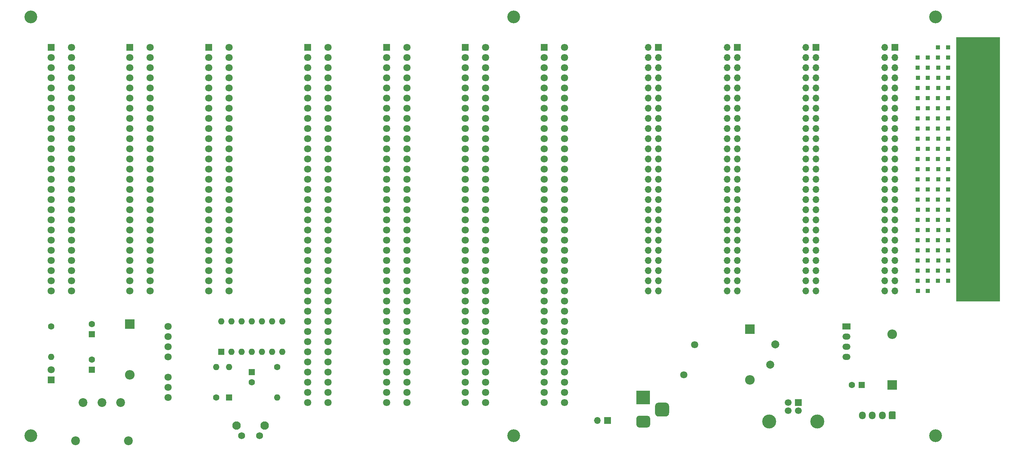
<source format=gts>
G04 #@! TF.GenerationSoftware,KiCad,Pcbnew,(5.1.12)-1*
G04 #@! TF.CreationDate,2024-01-30T16:00:46+00:00*
G04 #@! TF.ProjectId,Backplane,4261636b-706c-4616-9e65-2e6b69636164,rev?*
G04 #@! TF.SameCoordinates,Original*
G04 #@! TF.FileFunction,Soldermask,Top*
G04 #@! TF.FilePolarity,Negative*
%FSLAX46Y46*%
G04 Gerber Fmt 4.6, Leading zero omitted, Abs format (unit mm)*
G04 Created by KiCad (PCBNEW (5.1.12)-1) date 2024-01-30 16:00:46*
%MOMM*%
%LPD*%
G01*
G04 APERTURE LIST*
%ADD10C,0.100000*%
%ADD11R,10.000000X1.600000*%
%ADD12R,2.000000X1.500000*%
%ADD13O,2.000000X1.500000*%
%ADD14O,1.600000X1.600000*%
%ADD15R,1.600000X1.600000*%
%ADD16C,1.600000*%
%ADD17O,1.700000X1.700000*%
%ADD18R,1.700000X1.700000*%
%ADD19R,3.500000X3.500000*%
%ADD20O,1.700000X1.950000*%
%ADD21O,2.400000X2.400000*%
%ADD22R,2.400000X2.400000*%
%ADD23C,3.200000*%
%ADD24C,1.800000*%
%ADD25R,1.800000X1.800000*%
%ADD26R,1.000000X1.000000*%
%ADD27C,2.100000*%
%ADD28C,1.750000*%
%ADD29C,2.200000*%
%ADD30C,3.500000*%
%ADD31C,1.700000*%
%ADD32C,2.010000*%
G04 APERTURE END LIST*
D10*
G04 #@! TO.C,J12*
G36*
X300460000Y-86360000D02*
G01*
X289665000Y-86360000D01*
X289665000Y-20320000D01*
X300460000Y-20320000D01*
X300460000Y-86360000D01*
G37*
X300460000Y-86360000D02*
X289665000Y-86360000D01*
X289665000Y-20320000D01*
X300460000Y-20320000D01*
X300460000Y-86360000D01*
G04 #@! TD*
D11*
G04 #@! TO.C,J12*
X295275000Y-83820000D03*
X295275000Y-81280000D03*
X295275000Y-78740000D03*
X295275000Y-76200000D03*
X295275000Y-73660000D03*
X295275000Y-71120000D03*
X295275000Y-68580000D03*
X295275000Y-66040000D03*
X295275000Y-63500000D03*
X295275000Y-60960000D03*
X295275000Y-58420000D03*
X295275000Y-55880000D03*
X295275000Y-53340000D03*
X295275000Y-50800000D03*
X295275000Y-48260000D03*
X295275000Y-45720000D03*
X295275000Y-43180000D03*
X295275000Y-40640000D03*
X295275000Y-38100000D03*
X295275000Y-35560000D03*
X295275000Y-33020000D03*
X295275000Y-30480000D03*
X295275000Y-27940000D03*
X295275000Y-25400000D03*
X295275000Y-22860000D03*
G04 #@! TD*
D12*
G04 #@! TO.C,U3*
X262255000Y-92710000D03*
D13*
X262255000Y-95250000D03*
X262255000Y-97790000D03*
X262255000Y-100330000D03*
G04 #@! TD*
D14*
G04 #@! TO.C,U2*
X106045000Y-91440000D03*
X121285000Y-99060000D03*
X108585000Y-91440000D03*
X118745000Y-99060000D03*
X111125000Y-91440000D03*
X116205000Y-99060000D03*
X113665000Y-91440000D03*
X113665000Y-99060000D03*
X116205000Y-91440000D03*
X111125000Y-99060000D03*
X118745000Y-91440000D03*
X108585000Y-99060000D03*
X121285000Y-91440000D03*
D15*
X106045000Y-99060000D03*
G04 #@! TD*
D14*
G04 #@! TO.C,R3*
X120015000Y-110490000D03*
D16*
X120015000Y-102870000D03*
G04 #@! TD*
D14*
G04 #@! TO.C,R2*
X104775000Y-102870000D03*
D16*
X104775000Y-110490000D03*
G04 #@! TD*
D17*
G04 #@! TO.C,J17*
X200025000Y-116205000D03*
D18*
X202565000Y-116205000D03*
G04 #@! TD*
G04 #@! TO.C,J16*
G36*
G01*
X217030000Y-115240000D02*
X215280000Y-115240000D01*
G75*
G02*
X214405000Y-114365000I0J875000D01*
G01*
X214405000Y-112615000D01*
G75*
G02*
X215280000Y-111740000I875000J0D01*
G01*
X217030000Y-111740000D01*
G75*
G02*
X217905000Y-112615000I0J-875000D01*
G01*
X217905000Y-114365000D01*
G75*
G02*
X217030000Y-115240000I-875000J0D01*
G01*
G37*
G36*
G01*
X212455000Y-117990000D02*
X210455000Y-117990000D01*
G75*
G02*
X209705000Y-117240000I0J750000D01*
G01*
X209705000Y-115740000D01*
G75*
G02*
X210455000Y-114990000I750000J0D01*
G01*
X212455000Y-114990000D01*
G75*
G02*
X213205000Y-115740000I0J-750000D01*
G01*
X213205000Y-117240000D01*
G75*
G02*
X212455000Y-117990000I-750000J0D01*
G01*
G37*
D19*
X211455000Y-110490000D03*
G04 #@! TD*
D20*
G04 #@! TO.C,J15*
X266185000Y-114935000D03*
X268685000Y-114935000D03*
X271185000Y-114935000D03*
G36*
G01*
X274535000Y-114210000D02*
X274535000Y-115660000D01*
G75*
G02*
X274285000Y-115910000I-250000J0D01*
G01*
X273085000Y-115910000D01*
G75*
G02*
X272835000Y-115660000I0J250000D01*
G01*
X272835000Y-114210000D01*
G75*
G02*
X273085000Y-113960000I250000J0D01*
G01*
X274285000Y-113960000D01*
G75*
G02*
X274535000Y-114210000I0J-250000D01*
G01*
G37*
G04 #@! TD*
D21*
G04 #@! TO.C,D53*
X273685000Y-94615000D03*
D22*
X273685000Y-107315000D03*
G04 #@! TD*
D14*
G04 #@! TO.C,D52*
X107950000Y-102870000D03*
D15*
X107950000Y-110490000D03*
G04 #@! TD*
D16*
G04 #@! TO.C,C4*
X113665000Y-106640000D03*
D15*
X113665000Y-104140000D03*
G04 #@! TD*
D16*
G04 #@! TO.C,C3*
X263565000Y-107315000D03*
D15*
X266065000Y-107315000D03*
G04 #@! TD*
D23*
G04 #@! TO.C,H6*
X284480000Y-120015000D03*
G04 #@! TD*
G04 #@! TO.C,H5*
X284480000Y-15240000D03*
G04 #@! TD*
G04 #@! TO.C,H4*
X179070000Y-120015000D03*
G04 #@! TD*
G04 #@! TO.C,H3*
X179070000Y-15240000D03*
G04 #@! TD*
G04 #@! TO.C,H2*
X58420000Y-120015000D03*
G04 #@! TD*
G04 #@! TO.C,H1*
X58420000Y-15240000D03*
G04 #@! TD*
D24*
G04 #@! TO.C,J11*
X68580000Y-83820000D03*
X63500000Y-83820000D03*
X68580000Y-40640000D03*
X68580000Y-43180000D03*
X68580000Y-45720000D03*
X68580000Y-48260000D03*
X68580000Y-50800000D03*
X68580000Y-53340000D03*
X68580000Y-55880000D03*
X68580000Y-58420000D03*
X68580000Y-60960000D03*
X68580000Y-63500000D03*
X68580000Y-66040000D03*
X68580000Y-68580000D03*
X68580000Y-71120000D03*
X68580000Y-73660000D03*
X68580000Y-76200000D03*
X68580000Y-78740000D03*
X68580000Y-81280000D03*
X63500000Y-81280000D03*
X63500000Y-78740000D03*
X63500000Y-76200000D03*
X63500000Y-73660000D03*
X63500000Y-71120000D03*
X63500000Y-68580000D03*
X63500000Y-66040000D03*
X63500000Y-63500000D03*
X63500000Y-60960000D03*
X63500000Y-58420000D03*
X63500000Y-55880000D03*
X63500000Y-53340000D03*
X63500000Y-50800000D03*
X63500000Y-48260000D03*
X63500000Y-45720000D03*
X63500000Y-43180000D03*
X63500000Y-40640000D03*
X68580000Y-38100000D03*
X68580000Y-35560000D03*
X68580000Y-33020000D03*
X68580000Y-30480000D03*
X68580000Y-27940000D03*
X68580000Y-25400000D03*
X68580000Y-22860000D03*
X63500000Y-38100000D03*
X63500000Y-35560000D03*
X63500000Y-33020000D03*
X63500000Y-30480000D03*
X63500000Y-27940000D03*
X63500000Y-25400000D03*
D25*
X63500000Y-22860000D03*
G04 #@! TD*
D24*
G04 #@! TO.C,J10*
X88265000Y-83820000D03*
X83185000Y-83820000D03*
X88265000Y-40640000D03*
X88265000Y-43180000D03*
X88265000Y-45720000D03*
X88265000Y-48260000D03*
X88265000Y-50800000D03*
X88265000Y-53340000D03*
X88265000Y-55880000D03*
X88265000Y-58420000D03*
X88265000Y-60960000D03*
X88265000Y-63500000D03*
X88265000Y-66040000D03*
X88265000Y-68580000D03*
X88265000Y-71120000D03*
X88265000Y-73660000D03*
X88265000Y-76200000D03*
X88265000Y-78740000D03*
X88265000Y-81280000D03*
X83185000Y-81280000D03*
X83185000Y-78740000D03*
X83185000Y-76200000D03*
X83185000Y-73660000D03*
X83185000Y-71120000D03*
X83185000Y-68580000D03*
X83185000Y-66040000D03*
X83185000Y-63500000D03*
X83185000Y-60960000D03*
X83185000Y-58420000D03*
X83185000Y-55880000D03*
X83185000Y-53340000D03*
X83185000Y-50800000D03*
X83185000Y-48260000D03*
X83185000Y-45720000D03*
X83185000Y-43180000D03*
X83185000Y-40640000D03*
X88265000Y-38100000D03*
X88265000Y-35560000D03*
X88265000Y-33020000D03*
X88265000Y-30480000D03*
X88265000Y-27940000D03*
X88265000Y-25400000D03*
X88265000Y-22860000D03*
X83185000Y-38100000D03*
X83185000Y-35560000D03*
X83185000Y-33020000D03*
X83185000Y-30480000D03*
X83185000Y-27940000D03*
X83185000Y-25400000D03*
D25*
X83185000Y-22860000D03*
G04 #@! TD*
D24*
G04 #@! TO.C,J9*
X107950000Y-83820000D03*
X102870000Y-83820000D03*
X107950000Y-40640000D03*
X107950000Y-43180000D03*
X107950000Y-45720000D03*
X107950000Y-48260000D03*
X107950000Y-50800000D03*
X107950000Y-53340000D03*
X107950000Y-55880000D03*
X107950000Y-58420000D03*
X107950000Y-60960000D03*
X107950000Y-63500000D03*
X107950000Y-66040000D03*
X107950000Y-68580000D03*
X107950000Y-71120000D03*
X107950000Y-73660000D03*
X107950000Y-76200000D03*
X107950000Y-78740000D03*
X107950000Y-81280000D03*
X102870000Y-81280000D03*
X102870000Y-78740000D03*
X102870000Y-76200000D03*
X102870000Y-73660000D03*
X102870000Y-71120000D03*
X102870000Y-68580000D03*
X102870000Y-66040000D03*
X102870000Y-63500000D03*
X102870000Y-60960000D03*
X102870000Y-58420000D03*
X102870000Y-55880000D03*
X102870000Y-53340000D03*
X102870000Y-50800000D03*
X102870000Y-48260000D03*
X102870000Y-45720000D03*
X102870000Y-43180000D03*
X102870000Y-40640000D03*
X107950000Y-38100000D03*
X107950000Y-35560000D03*
X107950000Y-33020000D03*
X107950000Y-30480000D03*
X107950000Y-27940000D03*
X107950000Y-25400000D03*
X107950000Y-22860000D03*
X102870000Y-38100000D03*
X102870000Y-35560000D03*
X102870000Y-33020000D03*
X102870000Y-30480000D03*
X102870000Y-27940000D03*
X102870000Y-25400000D03*
D25*
X102870000Y-22860000D03*
G04 #@! TD*
D26*
G04 #@! TO.C,D51*
X280055000Y-83820000D03*
X282555000Y-83820000D03*
G04 #@! TD*
D24*
G04 #@! TO.C,J8*
X132715000Y-111760000D03*
X132715000Y-109220000D03*
X132715000Y-106680000D03*
X132715000Y-104140000D03*
X132715000Y-101600000D03*
X132715000Y-99060000D03*
X132715000Y-96520000D03*
X132715000Y-93980000D03*
X132715000Y-91440000D03*
X132715000Y-88900000D03*
X132715000Y-86360000D03*
X132715000Y-83820000D03*
X132715000Y-81280000D03*
X132715000Y-78740000D03*
X132715000Y-76200000D03*
X132715000Y-73660000D03*
X132715000Y-71120000D03*
X132715000Y-68580000D03*
X132715000Y-66040000D03*
X132715000Y-63500000D03*
X132715000Y-60960000D03*
X132715000Y-58420000D03*
X132715000Y-55880000D03*
X127635000Y-83820000D03*
X127635000Y-104140000D03*
X127635000Y-106680000D03*
X127635000Y-109220000D03*
X127635000Y-111760000D03*
X132715000Y-22860000D03*
X132715000Y-25400000D03*
X132715000Y-27940000D03*
X132715000Y-30480000D03*
X132715000Y-33020000D03*
X132715000Y-35560000D03*
X132715000Y-38100000D03*
X132715000Y-40640000D03*
X132715000Y-43180000D03*
X132715000Y-45720000D03*
X132715000Y-48260000D03*
X132715000Y-50800000D03*
X132715000Y-53340000D03*
X127635000Y-81280000D03*
X127635000Y-78740000D03*
X127635000Y-76200000D03*
X127635000Y-73660000D03*
X127635000Y-71120000D03*
X127635000Y-68580000D03*
X127635000Y-66040000D03*
X127635000Y-63500000D03*
X127635000Y-60960000D03*
X127635000Y-58420000D03*
X127635000Y-55880000D03*
X127635000Y-53340000D03*
X127635000Y-50800000D03*
X127635000Y-48260000D03*
X127635000Y-45720000D03*
X127635000Y-43180000D03*
X127635000Y-40640000D03*
X127635000Y-101600000D03*
X127635000Y-99060000D03*
X127635000Y-96520000D03*
X127635000Y-93980000D03*
X127635000Y-91440000D03*
X127635000Y-88900000D03*
X127635000Y-86360000D03*
X127635000Y-38100000D03*
X127635000Y-35560000D03*
X127635000Y-33020000D03*
X127635000Y-30480000D03*
X127635000Y-27940000D03*
X127635000Y-25400000D03*
D25*
X127635000Y-22860000D03*
G04 #@! TD*
D24*
G04 #@! TO.C,J7*
X152400000Y-111760000D03*
X152400000Y-109220000D03*
X152400000Y-106680000D03*
X152400000Y-104140000D03*
X152400000Y-101600000D03*
X152400000Y-99060000D03*
X152400000Y-96520000D03*
X152400000Y-93980000D03*
X152400000Y-91440000D03*
X152400000Y-88900000D03*
X152400000Y-86360000D03*
X152400000Y-83820000D03*
X152400000Y-81280000D03*
X152400000Y-78740000D03*
X152400000Y-76200000D03*
X152400000Y-73660000D03*
X152400000Y-71120000D03*
X152400000Y-68580000D03*
X152400000Y-66040000D03*
X152400000Y-63500000D03*
X152400000Y-60960000D03*
X152400000Y-58420000D03*
X152400000Y-55880000D03*
X147320000Y-83820000D03*
X147320000Y-104140000D03*
X147320000Y-106680000D03*
X147320000Y-109220000D03*
X147320000Y-111760000D03*
X152400000Y-22860000D03*
X152400000Y-25400000D03*
X152400000Y-27940000D03*
X152400000Y-30480000D03*
X152400000Y-33020000D03*
X152400000Y-35560000D03*
X152400000Y-38100000D03*
X152400000Y-40640000D03*
X152400000Y-43180000D03*
X152400000Y-45720000D03*
X152400000Y-48260000D03*
X152400000Y-50800000D03*
X152400000Y-53340000D03*
X147320000Y-81280000D03*
X147320000Y-78740000D03*
X147320000Y-76200000D03*
X147320000Y-73660000D03*
X147320000Y-71120000D03*
X147320000Y-68580000D03*
X147320000Y-66040000D03*
X147320000Y-63500000D03*
X147320000Y-60960000D03*
X147320000Y-58420000D03*
X147320000Y-55880000D03*
X147320000Y-53340000D03*
X147320000Y-50800000D03*
X147320000Y-48260000D03*
X147320000Y-45720000D03*
X147320000Y-43180000D03*
X147320000Y-40640000D03*
X147320000Y-101600000D03*
X147320000Y-99060000D03*
X147320000Y-96520000D03*
X147320000Y-93980000D03*
X147320000Y-91440000D03*
X147320000Y-88900000D03*
X147320000Y-86360000D03*
X147320000Y-38100000D03*
X147320000Y-35560000D03*
X147320000Y-33020000D03*
X147320000Y-30480000D03*
X147320000Y-27940000D03*
X147320000Y-25400000D03*
D25*
X147320000Y-22860000D03*
G04 #@! TD*
D24*
G04 #@! TO.C,J6*
X172085000Y-111760000D03*
X172085000Y-109220000D03*
X172085000Y-106680000D03*
X172085000Y-104140000D03*
X172085000Y-101600000D03*
X172085000Y-99060000D03*
X172085000Y-96520000D03*
X172085000Y-93980000D03*
X172085000Y-91440000D03*
X172085000Y-88900000D03*
X172085000Y-86360000D03*
X172085000Y-83820000D03*
X172085000Y-81280000D03*
X172085000Y-78740000D03*
X172085000Y-76200000D03*
X172085000Y-73660000D03*
X172085000Y-71120000D03*
X172085000Y-68580000D03*
X172085000Y-66040000D03*
X172085000Y-63500000D03*
X172085000Y-60960000D03*
X172085000Y-58420000D03*
X172085000Y-55880000D03*
X167005000Y-83820000D03*
X167005000Y-104140000D03*
X167005000Y-106680000D03*
X167005000Y-109220000D03*
X167005000Y-111760000D03*
X172085000Y-22860000D03*
X172085000Y-25400000D03*
X172085000Y-27940000D03*
X172085000Y-30480000D03*
X172085000Y-33020000D03*
X172085000Y-35560000D03*
X172085000Y-38100000D03*
X172085000Y-40640000D03*
X172085000Y-43180000D03*
X172085000Y-45720000D03*
X172085000Y-48260000D03*
X172085000Y-50800000D03*
X172085000Y-53340000D03*
X167005000Y-81280000D03*
X167005000Y-78740000D03*
X167005000Y-76200000D03*
X167005000Y-73660000D03*
X167005000Y-71120000D03*
X167005000Y-68580000D03*
X167005000Y-66040000D03*
X167005000Y-63500000D03*
X167005000Y-60960000D03*
X167005000Y-58420000D03*
X167005000Y-55880000D03*
X167005000Y-53340000D03*
X167005000Y-50800000D03*
X167005000Y-48260000D03*
X167005000Y-45720000D03*
X167005000Y-43180000D03*
X167005000Y-40640000D03*
X167005000Y-101600000D03*
X167005000Y-99060000D03*
X167005000Y-96520000D03*
X167005000Y-93980000D03*
X167005000Y-91440000D03*
X167005000Y-88900000D03*
X167005000Y-86360000D03*
X167005000Y-38100000D03*
X167005000Y-35560000D03*
X167005000Y-33020000D03*
X167005000Y-30480000D03*
X167005000Y-27940000D03*
X167005000Y-25400000D03*
D25*
X167005000Y-22860000D03*
G04 #@! TD*
D24*
G04 #@! TO.C,J5*
X191770000Y-111760000D03*
X191770000Y-109220000D03*
X191770000Y-106680000D03*
X191770000Y-104140000D03*
X191770000Y-101600000D03*
X191770000Y-99060000D03*
X191770000Y-96520000D03*
X191770000Y-93980000D03*
X191770000Y-91440000D03*
X191770000Y-88900000D03*
X191770000Y-86360000D03*
X191770000Y-83820000D03*
X191770000Y-81280000D03*
X191770000Y-78740000D03*
X191770000Y-76200000D03*
X191770000Y-73660000D03*
X191770000Y-71120000D03*
X191770000Y-68580000D03*
X191770000Y-66040000D03*
X191770000Y-63500000D03*
X191770000Y-60960000D03*
X191770000Y-58420000D03*
X191770000Y-55880000D03*
X186690000Y-83820000D03*
X186690000Y-104140000D03*
X186690000Y-106680000D03*
X186690000Y-109220000D03*
X186690000Y-111760000D03*
X191770000Y-22860000D03*
X191770000Y-25400000D03*
X191770000Y-27940000D03*
X191770000Y-30480000D03*
X191770000Y-33020000D03*
X191770000Y-35560000D03*
X191770000Y-38100000D03*
X191770000Y-40640000D03*
X191770000Y-43180000D03*
X191770000Y-45720000D03*
X191770000Y-48260000D03*
X191770000Y-50800000D03*
X191770000Y-53340000D03*
X186690000Y-81280000D03*
X186690000Y-78740000D03*
X186690000Y-76200000D03*
X186690000Y-73660000D03*
X186690000Y-71120000D03*
X186690000Y-68580000D03*
X186690000Y-66040000D03*
X186690000Y-63500000D03*
X186690000Y-60960000D03*
X186690000Y-58420000D03*
X186690000Y-55880000D03*
X186690000Y-53340000D03*
X186690000Y-50800000D03*
X186690000Y-48260000D03*
X186690000Y-45720000D03*
X186690000Y-43180000D03*
X186690000Y-40640000D03*
X186690000Y-101600000D03*
X186690000Y-99060000D03*
X186690000Y-96520000D03*
X186690000Y-93980000D03*
X186690000Y-91440000D03*
X186690000Y-88900000D03*
X186690000Y-86360000D03*
X186690000Y-38100000D03*
X186690000Y-35560000D03*
X186690000Y-33020000D03*
X186690000Y-30480000D03*
X186690000Y-27940000D03*
X186690000Y-25400000D03*
D25*
X186690000Y-22860000D03*
G04 #@! TD*
D27*
G04 #@! TO.C,SW2*
X116820000Y-117525000D03*
D28*
X115570000Y-120015000D03*
X111070000Y-120015000D03*
D27*
X109810000Y-117525000D03*
G04 #@! TD*
D14*
G04 #@! TO.C,R1*
X63500000Y-100330000D03*
D16*
X63500000Y-92710000D03*
G04 #@! TD*
D24*
G04 #@! TO.C,D3*
X63500000Y-103505000D03*
D25*
X63500000Y-106045000D03*
G04 #@! TD*
D24*
G04 #@! TO.C,TH1*
X224315000Y-97275000D03*
X221615000Y-104775000D03*
G04 #@! TD*
D29*
G04 #@! TO.C,SW1*
X82805000Y-121285000D03*
X69595000Y-121285000D03*
X80900000Y-111755000D03*
X76200000Y-111755000D03*
X71500000Y-111755000D03*
G04 #@! TD*
D30*
G04 #@! TO.C,J14*
X242920000Y-116470000D03*
X254960000Y-116470000D03*
D31*
X250190000Y-113760000D03*
X247690000Y-113760000D03*
X247690000Y-111760000D03*
D18*
X250190000Y-111760000D03*
G04 #@! TD*
D24*
G04 #@! TO.C,U1*
X92710000Y-92710000D03*
X92710000Y-95250000D03*
X92710000Y-97790000D03*
X92710000Y-100330000D03*
X92710000Y-105410000D03*
X92710000Y-107950000D03*
X92710000Y-110490000D03*
G04 #@! TD*
D32*
G04 #@! TO.C,F1*
X243205000Y-102235000D03*
X244405000Y-97135000D03*
G04 #@! TD*
D26*
G04 #@! TO.C,D49*
X280035000Y-78740000D03*
X282535000Y-78740000D03*
G04 #@! TD*
G04 #@! TO.C,D48*
X280035000Y-76200000D03*
X282535000Y-76200000D03*
G04 #@! TD*
G04 #@! TO.C,D47*
X280035000Y-73660000D03*
X282535000Y-73660000D03*
G04 #@! TD*
G04 #@! TO.C,D46*
X280035000Y-71120000D03*
X282535000Y-71120000D03*
G04 #@! TD*
G04 #@! TO.C,D45*
X280035000Y-68580000D03*
X282535000Y-68580000D03*
G04 #@! TD*
G04 #@! TO.C,D44*
X280035000Y-66040000D03*
X282535000Y-66040000D03*
G04 #@! TD*
G04 #@! TO.C,D43*
X280055000Y-63500000D03*
X282555000Y-63500000D03*
G04 #@! TD*
G04 #@! TO.C,D42*
X280035000Y-60960000D03*
X282535000Y-60960000D03*
G04 #@! TD*
G04 #@! TO.C,D41*
X280035000Y-58420000D03*
X282535000Y-58420000D03*
G04 #@! TD*
G04 #@! TO.C,D40*
X280035000Y-55880000D03*
X282535000Y-55880000D03*
G04 #@! TD*
G04 #@! TO.C,D39*
X280035000Y-53340000D03*
X282535000Y-53340000D03*
G04 #@! TD*
G04 #@! TO.C,D38*
X280035000Y-50800000D03*
X282535000Y-50800000D03*
G04 #@! TD*
G04 #@! TO.C,D37*
X280055000Y-48260000D03*
X282555000Y-48260000D03*
G04 #@! TD*
G04 #@! TO.C,D36*
X280035000Y-45720000D03*
X282535000Y-45720000D03*
G04 #@! TD*
G04 #@! TO.C,D35*
X280035000Y-43180000D03*
X282535000Y-43180000D03*
G04 #@! TD*
G04 #@! TO.C,D34*
X280035000Y-40640000D03*
X282535000Y-40640000D03*
G04 #@! TD*
G04 #@! TO.C,D33*
X280055000Y-38100000D03*
X282555000Y-38100000D03*
G04 #@! TD*
G04 #@! TO.C,D32*
X280035000Y-35560000D03*
X282535000Y-35560000D03*
G04 #@! TD*
G04 #@! TO.C,D31*
X280035000Y-33020000D03*
X282535000Y-33020000D03*
G04 #@! TD*
G04 #@! TO.C,D30*
X280055000Y-30480000D03*
X282555000Y-30480000D03*
G04 #@! TD*
G04 #@! TO.C,D29*
X280035000Y-27940000D03*
X282535000Y-27940000D03*
G04 #@! TD*
G04 #@! TO.C,D28*
X280035000Y-25400000D03*
X282535000Y-25400000D03*
G04 #@! TD*
G04 #@! TO.C,D27*
X285115000Y-81280000D03*
X287615000Y-81280000D03*
G04 #@! TD*
G04 #@! TO.C,D26*
X285115000Y-78740000D03*
X287615000Y-78740000D03*
G04 #@! TD*
G04 #@! TO.C,D25*
X285135000Y-76200000D03*
X287635000Y-76200000D03*
G04 #@! TD*
G04 #@! TO.C,D24*
X285115000Y-73660000D03*
X287615000Y-73660000D03*
G04 #@! TD*
G04 #@! TO.C,D23*
X285115000Y-71120000D03*
X287615000Y-71120000D03*
G04 #@! TD*
G04 #@! TO.C,D22*
X285135000Y-68580000D03*
X287635000Y-68580000D03*
G04 #@! TD*
G04 #@! TO.C,D21*
X285115000Y-66040000D03*
X287615000Y-66040000D03*
G04 #@! TD*
G04 #@! TO.C,D20*
X285115000Y-63500000D03*
X287615000Y-63500000D03*
G04 #@! TD*
G04 #@! TO.C,D19*
X285115000Y-60960000D03*
X287615000Y-60960000D03*
G04 #@! TD*
G04 #@! TO.C,D18*
X285115000Y-58420000D03*
X287615000Y-58420000D03*
G04 #@! TD*
G04 #@! TO.C,D17*
X285135000Y-55880000D03*
X287635000Y-55880000D03*
G04 #@! TD*
G04 #@! TO.C,D16*
X285135000Y-53340000D03*
X287635000Y-53340000D03*
G04 #@! TD*
G04 #@! TO.C,D15*
X285115000Y-50800000D03*
X287615000Y-50800000D03*
G04 #@! TD*
G04 #@! TO.C,D14*
X285115000Y-48260000D03*
X287615000Y-48260000D03*
G04 #@! TD*
G04 #@! TO.C,D13*
X285135000Y-45720000D03*
X287635000Y-45720000D03*
G04 #@! TD*
G04 #@! TO.C,D12*
X285115000Y-43180000D03*
X287615000Y-43180000D03*
G04 #@! TD*
G04 #@! TO.C,D11*
X285115000Y-40640000D03*
X287615000Y-40640000D03*
G04 #@! TD*
G04 #@! TO.C,D10*
X285115000Y-38100000D03*
X287615000Y-38100000D03*
G04 #@! TD*
G04 #@! TO.C,D9*
X285115000Y-35560000D03*
X287615000Y-35560000D03*
G04 #@! TD*
G04 #@! TO.C,D8*
X285135000Y-33020000D03*
X287635000Y-33020000D03*
G04 #@! TD*
G04 #@! TO.C,D7*
X285135000Y-30480000D03*
X287635000Y-30480000D03*
G04 #@! TD*
G04 #@! TO.C,D6*
X285135000Y-27940000D03*
X287635000Y-27940000D03*
G04 #@! TD*
G04 #@! TO.C,D5*
X285115000Y-25400000D03*
X287615000Y-25400000D03*
G04 #@! TD*
G04 #@! TO.C,D4*
X285115000Y-22860000D03*
X287615000Y-22860000D03*
G04 #@! TD*
G04 #@! TO.C,D50*
X280035000Y-81280000D03*
X282535000Y-81280000D03*
G04 #@! TD*
D21*
G04 #@! TO.C,D2*
X83185000Y-104775000D03*
D22*
X83185000Y-92075000D03*
G04 #@! TD*
D21*
G04 #@! TO.C,D1*
X238125000Y-106045000D03*
D22*
X238125000Y-93345000D03*
G04 #@! TD*
D16*
G04 #@! TO.C,C2*
X73660000Y-92115000D03*
D15*
X73660000Y-94615000D03*
G04 #@! TD*
D16*
G04 #@! TO.C,C1*
X73660000Y-101005000D03*
D15*
X73660000Y-103505000D03*
G04 #@! TD*
D17*
G04 #@! TO.C,J4*
X212725000Y-83820000D03*
X215265000Y-83820000D03*
X212725000Y-81280000D03*
X215265000Y-81280000D03*
X212725000Y-78740000D03*
X215265000Y-78740000D03*
X212725000Y-76200000D03*
X215265000Y-76200000D03*
X212725000Y-73660000D03*
X215265000Y-73660000D03*
X212725000Y-71120000D03*
X215265000Y-71120000D03*
X212725000Y-68580000D03*
X215265000Y-68580000D03*
X212725000Y-66040000D03*
X215265000Y-66040000D03*
X212725000Y-63500000D03*
X215265000Y-63500000D03*
X212725000Y-60960000D03*
X215265000Y-60960000D03*
X212725000Y-58420000D03*
X215265000Y-58420000D03*
X212725000Y-55880000D03*
X215265000Y-55880000D03*
X212725000Y-53340000D03*
X215265000Y-53340000D03*
X212725000Y-50800000D03*
X215265000Y-50800000D03*
X212725000Y-48260000D03*
X215265000Y-48260000D03*
X212725000Y-45720000D03*
X215265000Y-45720000D03*
X212725000Y-43180000D03*
X215265000Y-43180000D03*
X212725000Y-40640000D03*
X215265000Y-40640000D03*
X212725000Y-38100000D03*
X215265000Y-38100000D03*
X212725000Y-35560000D03*
X215265000Y-35560000D03*
X212725000Y-33020000D03*
X215265000Y-33020000D03*
X212725000Y-30480000D03*
X215265000Y-30480000D03*
X212725000Y-27940000D03*
X215265000Y-27940000D03*
X212725000Y-25400000D03*
X215265000Y-25400000D03*
X212725000Y-22860000D03*
D18*
X215265000Y-22860000D03*
G04 #@! TD*
D17*
G04 #@! TO.C,J3*
X232410000Y-83820000D03*
X234950000Y-83820000D03*
X232410000Y-81280000D03*
X234950000Y-81280000D03*
X232410000Y-78740000D03*
X234950000Y-78740000D03*
X232410000Y-76200000D03*
X234950000Y-76200000D03*
X232410000Y-73660000D03*
X234950000Y-73660000D03*
X232410000Y-71120000D03*
X234950000Y-71120000D03*
X232410000Y-68580000D03*
X234950000Y-68580000D03*
X232410000Y-66040000D03*
X234950000Y-66040000D03*
X232410000Y-63500000D03*
X234950000Y-63500000D03*
X232410000Y-60960000D03*
X234950000Y-60960000D03*
X232410000Y-58420000D03*
X234950000Y-58420000D03*
X232410000Y-55880000D03*
X234950000Y-55880000D03*
X232410000Y-53340000D03*
X234950000Y-53340000D03*
X232410000Y-50800000D03*
X234950000Y-50800000D03*
X232410000Y-48260000D03*
X234950000Y-48260000D03*
X232410000Y-45720000D03*
X234950000Y-45720000D03*
X232410000Y-43180000D03*
X234950000Y-43180000D03*
X232410000Y-40640000D03*
X234950000Y-40640000D03*
X232410000Y-38100000D03*
X234950000Y-38100000D03*
X232410000Y-35560000D03*
X234950000Y-35560000D03*
X232410000Y-33020000D03*
X234950000Y-33020000D03*
X232410000Y-30480000D03*
X234950000Y-30480000D03*
X232410000Y-27940000D03*
X234950000Y-27940000D03*
X232410000Y-25400000D03*
X234950000Y-25400000D03*
X232410000Y-22860000D03*
D18*
X234950000Y-22860000D03*
G04 #@! TD*
D17*
G04 #@! TO.C,J2*
X252095000Y-83820000D03*
X254635000Y-83820000D03*
X252095000Y-81280000D03*
X254635000Y-81280000D03*
X252095000Y-78740000D03*
X254635000Y-78740000D03*
X252095000Y-76200000D03*
X254635000Y-76200000D03*
X252095000Y-73660000D03*
X254635000Y-73660000D03*
X252095000Y-71120000D03*
X254635000Y-71120000D03*
X252095000Y-68580000D03*
X254635000Y-68580000D03*
X252095000Y-66040000D03*
X254635000Y-66040000D03*
X252095000Y-63500000D03*
X254635000Y-63500000D03*
X252095000Y-60960000D03*
X254635000Y-60960000D03*
X252095000Y-58420000D03*
X254635000Y-58420000D03*
X252095000Y-55880000D03*
X254635000Y-55880000D03*
X252095000Y-53340000D03*
X254635000Y-53340000D03*
X252095000Y-50800000D03*
X254635000Y-50800000D03*
X252095000Y-48260000D03*
X254635000Y-48260000D03*
X252095000Y-45720000D03*
X254635000Y-45720000D03*
X252095000Y-43180000D03*
X254635000Y-43180000D03*
X252095000Y-40640000D03*
X254635000Y-40640000D03*
X252095000Y-38100000D03*
X254635000Y-38100000D03*
X252095000Y-35560000D03*
X254635000Y-35560000D03*
X252095000Y-33020000D03*
X254635000Y-33020000D03*
X252095000Y-30480000D03*
X254635000Y-30480000D03*
X252095000Y-27940000D03*
X254635000Y-27940000D03*
X252095000Y-25400000D03*
X254635000Y-25400000D03*
X252095000Y-22860000D03*
D18*
X254635000Y-22860000D03*
G04 #@! TD*
D17*
G04 #@! TO.C,J1*
X271780000Y-83820000D03*
X274320000Y-83820000D03*
X271780000Y-81280000D03*
X274320000Y-81280000D03*
X271780000Y-78740000D03*
X274320000Y-78740000D03*
X271780000Y-76200000D03*
X274320000Y-76200000D03*
X271780000Y-73660000D03*
X274320000Y-73660000D03*
X271780000Y-71120000D03*
X274320000Y-71120000D03*
X271780000Y-68580000D03*
X274320000Y-68580000D03*
X271780000Y-66040000D03*
X274320000Y-66040000D03*
X271780000Y-63500000D03*
X274320000Y-63500000D03*
X271780000Y-60960000D03*
X274320000Y-60960000D03*
X271780000Y-58420000D03*
X274320000Y-58420000D03*
X271780000Y-55880000D03*
X274320000Y-55880000D03*
X271780000Y-53340000D03*
X274320000Y-53340000D03*
X271780000Y-50800000D03*
X274320000Y-50800000D03*
X271780000Y-48260000D03*
X274320000Y-48260000D03*
X271780000Y-45720000D03*
X274320000Y-45720000D03*
X271780000Y-43180000D03*
X274320000Y-43180000D03*
X271780000Y-40640000D03*
X274320000Y-40640000D03*
X271780000Y-38100000D03*
X274320000Y-38100000D03*
X271780000Y-35560000D03*
X274320000Y-35560000D03*
X271780000Y-33020000D03*
X274320000Y-33020000D03*
X271780000Y-30480000D03*
X274320000Y-30480000D03*
X271780000Y-27940000D03*
X274320000Y-27940000D03*
X271780000Y-25400000D03*
X274320000Y-25400000D03*
X271780000Y-22860000D03*
D18*
X274320000Y-22860000D03*
G04 #@! TD*
M02*

</source>
